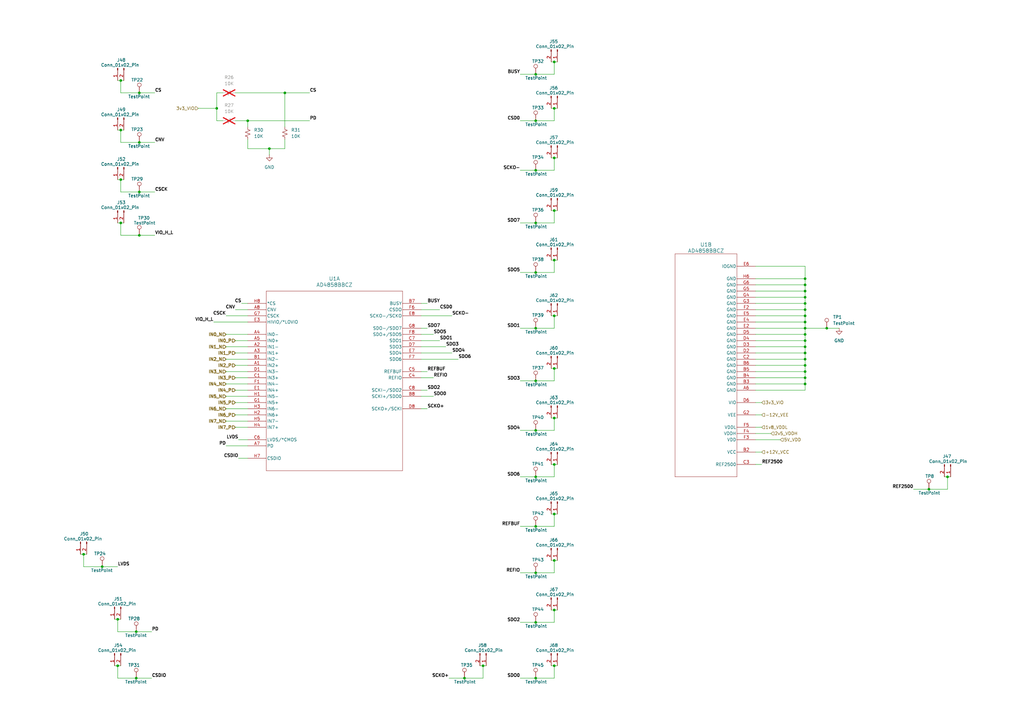
<source format=kicad_sch>
(kicad_sch (version 20250114) (generator "eeschema") (generator_version "9.0")
  (paper "A3")
  (lib_symbols
    (symbol "AD4858:AD4858BBCZ" (pin_names (offset 0.254))
      (property "Reference" "U" (at 35.56 10.16 0))
      (property "Value" "AD4858BBCZ" (at 35.56 7.62 0))
      (symbol "AD4858BBCZ_1_1"
        (polyline (pts (xy 7.62 5.08) (xy 7.62 -68.58)) (stroke (width 0.127)))
        (polyline (pts (xy 7.62 -68.58) (xy 63.5 -68.58)) (stroke (width 0.127)))
        (polyline (pts (xy 63.5 5.08) (xy 7.62 5.08)) (stroke (width 0.127)))
        (polyline (pts (xy 63.5 -68.58) (xy 63.5 5.08)) (stroke (width 0.127)))
        (pin input line (at 0 0 0) (length 7.62) (name "*CS") (number "H8"))
        (pin input line (at 0 -2.54 0) (length 7.62) (name "CNV") (number "A8"))
        (pin input line (at 0 -5.08 0) (length 7.62) (name "CSCK") (number "G7"))
        (pin input line (at 0 -7.62 0) (length 7.62) (name "HIVIO/*LOVIO") (number "E3"))
        (pin input line (at 0 -12.7 0) (length 7.62) (name "IN0-") (number "A4"))
        (pin input line (at 0 -15.24 0) (length 7.62) (name "IN0+") (number "A5"))
        (pin input line (at 0 -17.78 0) (length 7.62) (name "IN1-") (number "A2"))
        (pin input line (at 0 -20.32 0) (length 7.62) (name "IN1+") (number "A3"))
        (pin input line (at 0 -22.86 0) (length 7.62) (name "IN2-") (number "B1"))
        (pin input line (at 0 -25.4 0) (length 7.62) (name "IN2+") (number "A1"))
        (pin input line (at 0 -27.94 0) (length 7.62) (name "IN3-") (number "D1"))
        (pin input line (at 0 -30.48 0) (length 7.62) (name "IN3+") (number "C1"))
        (pin input line (at 0 -33.02 0) (length 7.62) (name "IN4-") (number "F1"))
        (pin input line (at 0 -35.56 0) (length 7.62) (name "IN4+") (number "E1"))
        (pin input line (at 0 -38.1 0) (length 7.62) (name "IN5-") (number "H1"))
        (pin input line (at 0 -40.64 0) (length 7.62) (name "IN5+") (number "G1"))
        (pin input line (at 0 -43.18 0) (length 7.62) (name "IN6-") (number "H3"))
        (pin input line (at 0 -45.72 0) (length 7.62) (name "IN6+") (number "H2"))
        (pin input line (at 0 -48.26 0) (length 7.62) (name "IN7-") (number "H5"))
        (pin input line (at 0 -50.8 0) (length 7.62) (name "IN7+") (number "H4"))
        (pin input line (at 0 -55.88 0) (length 7.62) (name "LVDS/*CMOS") (number "C6"))
        (pin input line (at 0 -58.42 0) (length 7.62) (name "PD") (number "A7"))
        (pin bidirectional line (at 0 -63.5 0) (length 7.62) (name "CSDIO") (number "H7"))
        (pin output line (at 71.12 0 180) (length 7.62) (name "BUSY") (number "B7"))
        (pin output line (at 71.12 -2.54 180) (length 7.62) (name "CSDO") (number "F6"))
        (pin output line (at 71.12 -5.08 180) (length 7.62) (name "SCKO-/SCKO") (number "E8"))
        (pin output line (at 71.12 -10.16 180) (length 7.62) (name "SDO-/SDO7") (number "G8"))
        (pin output line (at 71.12 -12.7 180) (length 7.62) (name "SDO+/SDO5") (number "F8"))
        (pin output line (at 71.12 -15.24 180) (length 7.62) (name "SDO1") (number "C7"))
        (pin output line (at 71.12 -17.78 180) (length 7.62) (name "SDO3") (number "D7"))
        (pin output line (at 71.12 -20.32 180) (length 7.62) (name "SDO4") (number "E7"))
        (pin output line (at 71.12 -22.86 180) (length 7.62) (name "SDO6") (number "F7"))
        (pin bidirectional line (at 71.12 -27.94 180) (length 7.62) (name "REFBUF") (number "C5"))
        (pin bidirectional line (at 71.12 -30.48 180) (length 7.62) (name "REFIO") (number "C4"))
        (pin bidirectional line (at 71.12 -35.56 180) (length 7.62) (name "SCKI-/SDO2") (number "C8"))
        (pin bidirectional line (at 71.12 -38.1 180) (length 7.62) (name "SCKI+/SDO0") (number "B8"))
        (pin bidirectional line (at 71.12 -43.18 180) (length 7.62) (name "SCKO+/SCKI") (number "D8"))
      )
      (symbol "AD4858BBCZ_2_1"
        (polyline (pts (xy 7.62 5.08) (xy 7.62 -86.36)) (stroke (width 0.127)))
        (polyline (pts (xy 7.62 -86.36) (xy 33.02 -86.36)) (stroke (width 0.127)))
        (polyline (pts (xy 33.02 5.08) (xy 7.62 5.08)) (stroke (width 0.127)))
        (polyline (pts (xy 33.02 -86.36) (xy 33.02 5.08)) (stroke (width 0.127)))
        (pin power_in line (at 0 0 0) (length 7.62) (name "REF2500") (number "C3"))
        (pin power_in line (at 0 -5.08 0) (length 7.62) (name "VCC") (number "B2"))
        (pin power_in line (at 0 -10.16 0) (length 7.62) (name "VDD") (number "F3"))
        (pin power_in line (at 0 -12.7 0) (length 7.62) (name "VDDH") (number "F4"))
        (pin power_in line (at 0 -15.24 0) (length 7.62) (name "VDDL") (number "F5"))
        (pin power_in line (at 0 -20.32 0) (length 7.62) (name "VEE") (number "G2"))
        (pin power_in line (at 0 -25.4 0) (length 7.62) (name "VIO") (number "D6"))
        (pin power_out line (at 0 -30.48 0) (length 7.62) (name "GND") (number "A6"))
        (pin power_out line (at 0 -33.02 0) (length 7.62) (name "GND") (number "B3"))
        (pin power_out line (at 0 -35.56 0) (length 7.62) (name "GND") (number "B4"))
        (pin power_out line (at 0 -38.1 0) (length 7.62) (name "GND") (number "B5"))
        (pin power_out line (at 0 -40.64 0) (length 7.62) (name "GND") (number "B6"))
        (pin power_out line (at 0 -43.18 0) (length 7.62) (name "GND") (number "C2"))
        (pin power_out line (at 0 -45.72 0) (length 7.62) (name "GND") (number "D2"))
        (pin power_out line (at 0 -48.26 0) (length 7.62) (name "GND") (number "D3"))
        (pin power_out line (at 0 -50.8 0) (length 7.62) (name "GND") (number "D4"))
        (pin power_out line (at 0 -53.34 0) (length 7.62) (name "GND") (number "D5"))
        (pin power_out line (at 0 -55.88 0) (length 7.62) (name "GND") (number "E2"))
        (pin power_out line (at 0 -58.42 0) (length 7.62) (name "GND") (number "E4"))
        (pin power_out line (at 0 -60.96 0) (length 7.62) (name "GND") (number "E5"))
        (pin power_out line (at 0 -63.5 0) (length 7.62) (name "GND") (number "F2"))
        (pin power_out line (at 0 -66.04 0) (length 7.62) (name "GND") (number "G3"))
        (pin power_out line (at 0 -68.58 0) (length 7.62) (name "GND") (number "G4"))
        (pin power_out line (at 0 -71.12 0) (length 7.62) (name "GND") (number "G5"))
        (pin power_out line (at 0 -73.66 0) (length 7.62) (name "GND") (number "G6"))
        (pin power_out line (at 0 -76.2 0) (length 7.62) (name "GND") (number "H6"))
        (pin power_out line (at 0 -81.28 0) (length 7.62) (name "IOGND") (number "E6"))
      )
    )
    (symbol "Connector:Conn_01x02_Pin" (pin_names (offset 1.016) (hide yes))
      (property "Reference" "J" (at 0 2.54 0))
      (property "Value" "Conn_01x02_Pin" (at 0 -5.08 0))
      (symbol "Conn_01x02_Pin_1_1"
        (rectangle (start 0.8636 0.127) (end 0 -0.127) (stroke (width 0.1524)) (fill (type outline)))
        (rectangle (start 0.8636 -2.413) (end 0 -2.667) (stroke (width 0.1524)) (fill (type outline)))
        (polyline (pts (xy 1.27 0) (xy 0.8636 0)) (stroke (width 0.1524)))
        (polyline (pts (xy 1.27 -2.54) (xy 0.8636 -2.54)) (stroke (width 0.1524)))
        (pin passive line (at 5.08 0 180) (length 3.81) (name "Pin_1") (number "1"))
        (pin passive line (at 5.08 -2.54 180) (length 3.81) (name "Pin_2") (number "2"))
      )
    )
    (symbol "Connector:TestPoint" (pin_numbers (hide yes)) (pin_names (offset 0.762) (hide yes))
      (property "Reference" "TP" (at 0 6.858 0))
      (property "Value" "TestPoint" (at 0 5.08 0))
      (symbol "TestPoint_0_1"
        (circle (center 0 3.302) (radius 0.762))
      )
      (symbol "TestPoint_1_1"
        (pin passive line (at 0 0 90) (length 2.54) (name "1") (number "1"))
      )
    )
    (symbol "Device:R_Small_US" (pin_numbers (hide yes)) (pin_names (offset 0.254) (hide yes))
      (property "Reference" "R" (at 0.762 0.508 0))
      (property "Value" "R_Small_US" (at 0.762 -1.016 0))
      (symbol "R_Small_US_1_1"
        (polyline (pts (xy 0 1.524) (xy 1.016 1.143) (xy 0 0.762) (xy -1.016 0.381) (xy 0 0)))
        (polyline (pts (xy 0 0) (xy 1.016 -0.381) (xy 0 -0.762) (xy -1.016 -1.143) (xy 0 -1.524)))
        (pin passive line (at 0 2.54 270) (length 1.016) (name "~") (number "1"))
        (pin passive line (at 0 -2.54 90) (length 1.016) (name "~") (number "2"))
      )
    )
    (symbol "power:GND" (power) (pin_numbers (hide yes)) (pin_names (offset 0) (hide yes))
      (property "Value" "GND" (at 0 -3.81 0))
      (symbol "GND_0_1"
        (polyline (pts (xy 0 0) (xy 0 -1.27) (xy 1.27 -1.27) (xy 0 -2.54) (xy -1.27 -1.27) (xy 0 -1.27)))
      )
      (symbol "GND_1_1"
        (pin power_in line (at 0 0 270) (length 0) (name "~") (number "1"))
      )
    )
  )
  (junction (at 116.84 38.1))
  (junction (at 339.09 134.62))
  (junction (at 190.5 278.13))
  (junction (at 219.71 30.48))
  (junction (at 219.71 69.85))
  (junction (at 227.33 229.87))
  (junction (at 49.53 73.66))
  (junction (at 219.71 156.21))
  (junction (at 330.2 119.38))
  (junction (at 227.33 151.13))
  (junction (at 219.71 49.53))
  (junction (at 227.33 25.4))
  (junction (at 330.2 121.92))
  (junction (at 330.2 124.46))
  (junction (at 219.71 91.44))
  (junction (at 34.29 227.33))
  (junction (at 227.33 273.05))
  (junction (at 48.26 254))
  (junction (at 330.2 142.24))
  (junction (at 227.33 129.54))
  (junction (at 330.2 132.08))
  (junction (at 49.53 91.44))
  (junction (at 101.6 49.53))
  (junction (at 330.2 116.84))
  (junction (at 227.33 210.82))
  (junction (at 330.2 154.94))
  (junction (at 227.33 171.45))
  (junction (at 330.2 147.32))
  (junction (at 219.71 176.53))
  (junction (at 88.9 44.45))
  (junction (at 227.33 190.5))
  (junction (at 55.88 259.08))
  (junction (at 219.71 234.95))
  (junction (at 48.26 273.05))
  (junction (at 219.71 195.58))
  (junction (at 330.2 157.48))
  (junction (at 219.71 134.62))
  (junction (at 219.71 111.76))
  (junction (at 219.71 215.9))
  (junction (at 57.15 96.52))
  (junction (at 330.2 139.7))
  (junction (at 330.2 152.4))
  (junction (at 330.2 129.54))
  (junction (at 227.33 106.68))
  (junction (at 41.91 232.41))
  (junction (at 57.15 58.42))
  (junction (at 330.2 149.86))
  (junction (at 330.2 144.78))
  (junction (at 227.33 44.45))
  (junction (at 381 200.66))
  (junction (at 57.15 38.1))
  (junction (at 219.71 278.13))
  (junction (at 49.53 33.02))
  (junction (at 330.2 134.62))
  (junction (at 55.88 278.13))
  (junction (at 219.71 255.27))
  (junction (at 227.33 86.36))
  (junction (at 57.15 78.74))
  (junction (at 227.33 250.19))
  (junction (at 330.2 127))
  (junction (at 49.53 53.34))
  (junction (at 110.49 60.96))
  (junction (at 227.33 64.77))
  (junction (at 388.62 195.58))
  (junction (at 330.2 114.3))
  (junction (at 198.12 273.05))
  (junction (at 330.2 137.16))
  (wire (pts (xy 63.5 38.1) (xy 57.15 38.1)))
  (wire (pts (xy 227.33 134.62) (xy 227.33 129.54)))
  (wire (pts (xy 227.33 195.58) (xy 227.33 190.5)))
  (wire (pts (xy 96.52 139.7) (xy 101.6 139.7)))
  (wire (pts (xy 87.63 132.08) (xy 101.6 132.08)))
  (wire (pts (xy 330.2 139.7) (xy 330.2 142.24)))
  (wire (pts (xy 309.88 185.42) (xy 312.42 185.42)))
  (wire (pts (xy 227.33 255.27) (xy 219.71 255.27)))
  (wire (pts (xy 309.88 121.92) (xy 330.2 121.92)))
  (wire (pts (xy 96.52 154.94) (xy 101.6 154.94)))
  (wire (pts (xy 50.8 91.44) (xy 49.53 91.44)))
  (wire (pts (xy 226.06 86.36) (xy 227.33 86.36)))
  (wire (pts (xy 227.33 171.45) (xy 228.6 171.45)))
  (wire (pts (xy 48.26 278.13) (xy 48.26 273.05)))
  (wire (pts (xy 34.29 232.41) (xy 34.29 227.33)))
  (wire (pts (xy 388.62 200.66) (xy 388.62 195.58)))
  (wire (pts (xy 330.2 124.46) (xy 330.2 127)))
  (wire (pts (xy 96.52 149.86) (xy 101.6 149.86)))
  (wire (pts (xy 227.33 25.4) (xy 228.6 25.4)))
  (wire (pts (xy 96.52 160.02) (xy 101.6 160.02)))
  (wire (pts (xy 41.91 232.41) (xy 48.26 232.41)))
  (wire (pts (xy 92.71 167.64) (xy 101.6 167.64)))
  (wire (pts (xy 49.53 53.34) (xy 48.26 53.34)))
  (wire (pts (xy 330.2 142.24) (xy 330.2 144.78)))
  (wire (pts (xy 63.5 78.74) (xy 57.15 78.74)))
  (wire (pts (xy 309.88 137.16) (xy 330.2 137.16)))
  (wire (pts (xy 101.6 57.15) (xy 101.6 60.96)))
  (wire (pts (xy 97.79 187.96) (xy 101.6 187.96)))
  (wire (pts (xy 330.2 147.32) (xy 330.2 149.86)))
  (wire (pts (xy 227.33 176.53) (xy 227.33 171.45)))
  (wire (pts (xy 330.2 134.62) (xy 339.09 134.62)))
  (wire (pts (xy 62.23 278.13) (xy 55.88 278.13)))
  (wire (pts (xy 309.88 152.4) (xy 330.2 152.4)))
  (wire (pts (xy 226.06 250.19) (xy 227.33 250.19)))
  (wire (pts (xy 309.88 160.02) (xy 330.2 160.02)))
  (wire (pts (xy 227.33 156.21) (xy 227.33 151.13)))
  (wire (pts (xy 309.88 165.1) (xy 312.42 165.1)))
  (wire (pts (xy 49.53 38.1) (xy 57.15 38.1)))
  (wire (pts (xy 213.36 49.53) (xy 219.71 49.53)))
  (wire (pts (xy 196.85 273.05) (xy 198.12 273.05)))
  (wire (pts (xy 227.33 69.85) (xy 227.33 64.77)))
  (wire (pts (xy 227.33 234.95) (xy 227.33 229.87)))
  (wire (pts (xy 309.88 177.8) (xy 316.23 177.8)))
  (wire (pts (xy 92.71 182.88) (xy 101.6 182.88)))
  (wire (pts (xy 330.2 157.48) (xy 330.2 160.02)))
  (wire (pts (xy 48.26 259.08) (xy 48.26 254)))
  (wire (pts (xy 227.33 250.19) (xy 228.6 250.19)))
  (wire (pts (xy 213.36 111.76) (xy 219.71 111.76)))
  (wire (pts (xy 227.33 278.13) (xy 227.33 273.05)))
  (wire (pts (xy 226.06 210.82) (xy 227.33 210.82)))
  (wire (pts (xy 309.88 127) (xy 330.2 127)))
  (wire (pts (xy 330.2 137.16) (xy 330.2 139.7)))
  (wire (pts (xy 50.8 33.02) (xy 49.53 33.02)))
  (wire (pts (xy 172.72 134.62) (xy 175.26 134.62)))
  (wire (pts (xy 227.33 210.82) (xy 228.6 210.82)))
  (wire (pts (xy 172.72 144.78) (xy 185.42 144.78)))
  (wire (pts (xy 49.53 96.52) (xy 57.15 96.52)))
  (wire (pts (xy 374.65 200.66) (xy 381 200.66)))
  (wire (pts (xy 309.88 190.5) (xy 312.42 190.5)))
  (wire (pts (xy 227.33 229.87) (xy 228.6 229.87)))
  (wire (pts (xy 330.2 114.3) (xy 330.2 116.84)))
  (wire (pts (xy 213.36 255.27) (xy 219.71 255.27)))
  (wire (pts (xy 88.9 44.45) (xy 88.9 49.53)))
  (wire (pts (xy 227.33 215.9) (xy 219.71 215.9)))
  (wire (pts (xy 309.88 149.86) (xy 330.2 149.86)))
  (wire (pts (xy 309.88 175.26) (xy 312.42 175.26)))
  (wire (pts (xy 227.33 176.53) (xy 219.71 176.53)))
  (wire (pts (xy 48.26 254) (xy 46.99 254)))
  (wire (pts (xy 81.28 44.45) (xy 88.9 44.45)))
  (wire (pts (xy 227.33 151.13) (xy 228.6 151.13)))
  (wire (pts (xy 184.15 278.13) (xy 190.5 278.13)))
  (wire (pts (xy 116.84 38.1) (xy 116.84 52.07)))
  (wire (pts (xy 198.12 273.05) (xy 199.39 273.05)))
  (wire (pts (xy 213.36 69.85) (xy 219.71 69.85)))
  (wire (pts (xy 34.29 232.41) (xy 41.91 232.41)))
  (wire (pts (xy 110.49 60.96) (xy 116.84 60.96)))
  (wire (pts (xy 227.33 30.48) (xy 227.33 25.4)))
  (wire (pts (xy 213.36 215.9) (xy 219.71 215.9)))
  (wire (pts (xy 330.2 116.84) (xy 330.2 119.38)))
  (wire (pts (xy 309.88 144.78) (xy 330.2 144.78)))
  (wire (pts (xy 96.52 170.18) (xy 101.6 170.18)))
  (wire (pts (xy 172.72 162.56) (xy 177.8 162.56)))
  (wire (pts (xy 92.71 152.4) (xy 101.6 152.4)))
  (wire (pts (xy 172.72 152.4) (xy 175.26 152.4)))
  (wire (pts (xy 116.84 38.1) (xy 127 38.1)))
  (wire (pts (xy 312.42 170.18) (xy 309.88 170.18)))
  (wire (pts (xy 49.53 58.42) (xy 49.53 53.34)))
  (wire (pts (xy 227.33 234.95) (xy 219.71 234.95)))
  (wire (pts (xy 213.36 278.13) (xy 219.71 278.13)))
  (wire (pts (xy 330.2 152.4) (xy 330.2 154.94)))
  (wire (pts (xy 96.52 38.1) (xy 116.84 38.1)))
  (wire (pts (xy 330.2 119.38) (xy 330.2 121.92)))
  (wire (pts (xy 50.8 53.34) (xy 49.53 53.34)))
  (wire (pts (xy 227.33 86.36) (xy 228.6 86.36)))
  (wire (pts (xy 330.2 132.08) (xy 330.2 134.62)))
  (wire (pts (xy 309.88 134.62) (xy 330.2 134.62)))
  (wire (pts (xy 49.53 78.74) (xy 49.53 73.66)))
  (wire (pts (xy 48.26 278.13) (xy 55.88 278.13)))
  (wire (pts (xy 226.06 25.4) (xy 227.33 25.4)))
  (wire (pts (xy 227.33 111.76) (xy 227.33 106.68)))
  (wire (pts (xy 227.33 30.48) (xy 219.71 30.48)))
  (wire (pts (xy 213.36 234.95) (xy 219.71 234.95)))
  (wire (pts (xy 226.06 190.5) (xy 227.33 190.5)))
  (wire (pts (xy 330.2 121.92) (xy 330.2 124.46)))
  (wire (pts (xy 226.06 44.45) (xy 227.33 44.45)))
  (wire (pts (xy 49.53 58.42) (xy 57.15 58.42)))
  (wire (pts (xy 198.12 278.13) (xy 198.12 273.05)))
  (wire (pts (xy 309.88 116.84) (xy 330.2 116.84)))
  (wire (pts (xy 96.52 144.78) (xy 101.6 144.78)))
  (wire (pts (xy 339.09 134.62) (xy 344.17 134.62)))
  (wire (pts (xy 172.72 124.46) (xy 175.26 124.46)))
  (wire (pts (xy 227.33 64.77) (xy 228.6 64.77)))
  (wire (pts (xy 101.6 60.96) (xy 110.49 60.96)))
  (wire (pts (xy 309.88 109.22) (xy 330.2 109.22)))
  (wire (pts (xy 50.8 73.66) (xy 49.53 73.66)))
  (wire (pts (xy 213.36 176.53) (xy 219.71 176.53)))
  (wire (pts (xy 97.79 180.34) (xy 101.6 180.34)))
  (wire (pts (xy 62.23 259.08) (xy 55.88 259.08)))
  (wire (pts (xy 309.88 119.38) (xy 330.2 119.38)))
  (wire (pts (xy 101.6 49.53) (xy 127 49.53)))
  (wire (pts (xy 35.56 227.33) (xy 34.29 227.33)))
  (wire (pts (xy 388.62 195.58) (xy 389.89 195.58)))
  (wire (pts (xy 99.06 124.46) (xy 101.6 124.46)))
  (wire (pts (xy 227.33 278.13) (xy 219.71 278.13)))
  (wire (pts (xy 227.33 44.45) (xy 228.6 44.45)))
  (wire (pts (xy 92.71 137.16) (xy 101.6 137.16)))
  (wire (pts (xy 92.71 129.54) (xy 101.6 129.54)))
  (wire (pts (xy 227.33 106.68) (xy 228.6 106.68)))
  (wire (pts (xy 49.53 33.02) (xy 48.26 33.02)))
  (wire (pts (xy 309.88 114.3) (xy 330.2 114.3)))
  (wire (pts (xy 227.33 91.44) (xy 227.33 86.36)))
  (wire (pts (xy 226.06 129.54) (xy 227.33 129.54)))
  (wire (pts (xy 49.53 73.66) (xy 48.26 73.66)))
  (wire (pts (xy 88.9 49.53) (xy 91.44 49.53)))
  (wire (pts (xy 227.33 195.58) (xy 219.71 195.58)))
  (wire (pts (xy 309.88 154.94) (xy 330.2 154.94)))
  (wire (pts (xy 213.36 134.62) (xy 219.71 134.62)))
  (wire (pts (xy 172.72 142.24) (xy 182.88 142.24)))
  (wire (pts (xy 227.33 91.44) (xy 219.71 91.44)))
  (wire (pts (xy 49.53 273.05) (xy 48.26 273.05)))
  (wire (pts (xy 49.53 96.52) (xy 49.53 91.44)))
  (wire (pts (xy 96.52 127) (xy 101.6 127)))
  (wire (pts (xy 227.33 134.62) (xy 219.71 134.62)))
  (wire (pts (xy 227.33 273.05) (xy 228.6 273.05)))
  (wire (pts (xy 227.33 129.54) (xy 228.6 129.54)))
  (wire (pts (xy 387.35 195.58) (xy 388.62 195.58)))
  (wire (pts (xy 213.36 30.48) (xy 219.71 30.48)))
  (wire (pts (xy 309.88 142.24) (xy 330.2 142.24)))
  (wire (pts (xy 92.71 172.72) (xy 101.6 172.72)))
  (wire (pts (xy 34.29 227.33) (xy 33.02 227.33)))
  (wire (pts (xy 198.12 278.13) (xy 190.5 278.13)))
  (wire (pts (xy 330.2 109.22) (xy 330.2 114.3)))
  (wire (pts (xy 227.33 215.9) (xy 227.33 210.82)))
  (wire (pts (xy 96.52 49.53) (xy 101.6 49.53)))
  (wire (pts (xy 227.33 255.27) (xy 227.33 250.19)))
  (wire (pts (xy 330.2 144.78) (xy 330.2 147.32)))
  (wire (pts (xy 330.2 127) (xy 330.2 129.54)))
  (wire (pts (xy 49.53 38.1) (xy 49.53 33.02)))
  (wire (pts (xy 226.06 171.45) (xy 227.33 171.45)))
  (wire (pts (xy 92.71 157.48) (xy 101.6 157.48)))
  (wire (pts (xy 213.36 91.44) (xy 219.71 91.44)))
  (wire (pts (xy 213.36 156.21) (xy 219.71 156.21)))
  (wire (pts (xy 172.72 154.94) (xy 177.8 154.94)))
  (wire (pts (xy 88.9 38.1) (xy 88.9 44.45)))
  (wire (pts (xy 172.72 129.54) (xy 185.42 129.54)))
  (wire (pts (xy 227.33 49.53) (xy 219.71 49.53)))
  (wire (pts (xy 226.06 64.77) (xy 227.33 64.77)))
  (wire (pts (xy 226.06 273.05) (xy 227.33 273.05)))
  (wire (pts (xy 226.06 151.13) (xy 227.33 151.13)))
  (wire (pts (xy 101.6 49.53) (xy 101.6 52.07)))
  (wire (pts (xy 309.88 147.32) (xy 330.2 147.32)))
  (wire (pts (xy 96.52 175.26) (xy 101.6 175.26)))
  (wire (pts (xy 49.53 254) (xy 48.26 254)))
  (wire (pts (xy 330.2 134.62) (xy 330.2 137.16)))
  (wire (pts (xy 309.88 180.34) (xy 320.04 180.34)))
  (wire (pts (xy 172.72 139.7) (xy 180.34 139.7)))
  (wire (pts (xy 309.88 129.54) (xy 330.2 129.54)))
  (wire (pts (xy 227.33 156.21) (xy 219.71 156.21)))
  (wire (pts (xy 227.33 190.5) (xy 228.6 190.5)))
  (wire (pts (xy 92.71 142.24) (xy 101.6 142.24)))
  (wire (pts (xy 226.06 229.87) (xy 227.33 229.87)))
  (wire (pts (xy 110.49 60.96) (xy 110.49 63.5)))
  (wire (pts (xy 172.72 160.02) (xy 175.26 160.02)))
  (wire (pts (xy 172.72 137.16) (xy 177.8 137.16)))
  (wire (pts (xy 92.71 162.56) (xy 101.6 162.56)))
  (wire (pts (xy 330.2 149.86) (xy 330.2 152.4)))
  (wire (pts (xy 309.88 157.48) (xy 330.2 157.48)))
  (wire (pts (xy 92.71 147.32) (xy 101.6 147.32)))
  (wire (pts (xy 48.26 273.05) (xy 46.99 273.05)))
  (wire (pts (xy 309.88 132.08) (xy 330.2 132.08)))
  (wire (pts (xy 172.72 127) (xy 180.34 127)))
  (wire (pts (xy 172.72 167.64) (xy 175.26 167.64)))
  (wire (pts (xy 227.33 69.85) (xy 219.71 69.85)))
  (wire (pts (xy 172.72 147.32) (xy 187.96 147.32)))
  (wire (pts (xy 63.5 96.52) (xy 57.15 96.52)))
  (wire (pts (xy 49.53 78.74) (xy 57.15 78.74)))
  (wire (pts (xy 330.2 154.94) (xy 330.2 157.48)))
  (wire (pts (xy 330.2 129.54) (xy 330.2 132.08)))
  (wire (pts (xy 49.53 91.44) (xy 48.26 91.44)))
  (wire (pts (xy 116.84 57.15) (xy 116.84 60.96)))
  (wire (pts (xy 96.52 165.1) (xy 101.6 165.1)))
  (wire (pts (xy 227.33 49.53) (xy 227.33 44.45)))
  (wire (pts (xy 213.36 195.58) (xy 219.71 195.58)))
  (wire (pts (xy 91.44 38.1) (xy 88.9 38.1)))
  (wire (pts (xy 388.62 200.66) (xy 381 200.66)))
  (wire (pts (xy 63.5 58.42) (xy 57.15 58.42)))
  (wire (pts (xy 309.88 139.7) (xy 330.2 139.7)))
  (wire (pts (xy 227.33 111.76) (xy 219.71 111.76)))
  (wire (pts (xy 309.88 124.46) (xy 330.2 124.46)))
  (wire (pts (xy 226.06 106.68) (xy 227.33 106.68)))
  (wire (pts (xy 48.26 259.08) (xy 55.88 259.08)))
  (label "CSDIO" (at 97.79 187.96 180) (effects (font (thickness 0.254) (bold yes))))
  (label "SDO1" (at 213.36 134.62 180) (effects (font (thickness 0.254) (bold yes))))
  (label "SDO4" (at 185.42 144.78 0) (effects (font (thickness 0.254) (bold yes))))
  (label "SDO4" (at 213.36 176.53 180) (effects (font (thickness 0.254) (bold yes))))
  (label "CSD0" (at 213.36 49.53 180) (effects (font (thickness 0.254) (bold yes))))
  (label "REFBUF" (at 175.26 152.4 0) (effects (font (thickness 0.254) (bold yes))))
  (label "SDO6" (at 187.96 147.32 0) (effects (font (thickness 0.254) (bold yes))))
  (label "SCKO+" (at 184.15 278.13 180) (effects (font (thickness 0.254) (bold yes))))
  (label "SDO7" (at 175.26 134.62 0) (effects (font (thickness 0.254) (bold yes))))
  (label "CS" (at 127 38.1 0) (effects (font (thickness 0.254) (bold yes))))
  (label "REFBUF" (at 213.36 215.9 180) (effects (font (thickness 0.254) (bold yes))))
  (label "VIO_H_L" (at 87.63 132.08 180) (effects (font (thickness 0.254) (bold yes))))
  (label "VIO_H_L" (at 63.5 96.52 0) (effects (font (thickness 0.254) (bold yes))))
  (label "SCKO-" (at 185.42 129.54 0) (effects (font (thickness 0.254) (bold yes))))
  (label "CSCK" (at 63.5 78.74 0) (effects (font (thickness 0.254) (bold yes))))
  (label "SDO5" (at 177.8 137.16 0) (effects (font (thickness 0.254) (bold yes))))
  (label "REF2500" (at 312.42 190.5 0) (effects (font (thickness 0.254) (bold yes))))
  (label "SCKO+" (at 175.26 167.64 0) (effects (font (thickness 0.254) (bold yes))))
  (label "CNV" (at 63.5 58.42 0) (effects (font (thickness 0.254) (bold yes))))
  (label "CSDIO" (at 62.23 278.13 0) (effects (font (thickness 0.254) (bold yes))))
  (label "LVDS" (at 97.79 180.34 180) (effects (font (thickness 0.254) (bold yes))))
  (label "CS" (at 99.06 124.46 180) (effects (font (thickness 0.254) (bold yes))))
  (label "LVDS" (at 48.26 232.41 0) (effects (font (thickness 0.254) (bold yes))))
  (label "REFIO" (at 213.36 234.95 180) (effects (font (thickness 0.254) (bold yes))))
  (label "REF2500" (at 374.65 200.66 180) (effects (font (thickness 0.254) (bold yes))))
  (label "PD" (at 92.71 182.88 180) (effects (font (thickness 0.254) (bold yes))))
  (label "PD" (at 127 49.53 0) (effects (font (thickness 0.254) (bold yes))))
  (label "CSCK" (at 92.71 129.54 180) (effects (font (thickness 0.254) (bold yes))))
  (label "SDO5" (at 213.36 111.76 180) (effects (font (thickness 0.254) (bold yes))))
  (label "SDO3" (at 213.36 156.21 180) (effects (font (thickness 0.254) (bold yes))))
  (label "SDO6" (at 213.36 195.58 180) (effects (font (thickness 0.254) (bold yes))))
  (label "PD" (at 62.23 259.08 0) (effects (font (thickness 0.254) (bold yes))))
  (label "CS" (at 63.5 38.1 0) (effects (font (thickness 0.254) (bold yes))))
  (label "SDO2" (at 175.26 160.02 0) (effects (font (thickness 0.254) (bold yes))))
  (label "CNV" (at 96.52 127 180) (effects (font (thickness 0.254) (bold yes))))
  (label "SDO0" (at 177.8 162.56 0) (effects (font (thickness 0.254) (bold yes))))
  (label "SDO2" (at 213.36 255.27 180) (effects (font (thickness 0.254) (bold yes))))
  (label "SCKO-" (at 213.36 69.85 180) (effects (font (thickness 0.254) (bold yes))))
  (label "CSD0" (at 180.34 127 0) (effects (font (thickness 0.254) (bold yes))))
  (label "SDO1" (at 180.34 139.7 0) (effects (font (thickness 0.254) (bold yes))))
  (label "REFIO" (at 177.8 154.94 0) (effects (font (thickness 0.254) (bold yes))))
  (label "BUSY" (at 213.36 30.48 180) (effects (font (thickness 0.254) (bold yes))))
  (label "BUSY" (at 175.26 124.46 0) (effects (font (thickness 0.254) (bold yes))))
  (label "SDO3" (at 182.88 142.24 0) (effects (font (thickness 0.254) (bold yes))))
  (label "SDO0" (at 213.36 278.13 180) (effects (font (thickness 0.254) (bold yes))))
  (label "SDO7" (at 213.36 91.44 180) (effects (font (thickness 0.254) (bold yes))))
  (hierarchical_label "IN6_N" (shape input) (at 92.71 167.64 180) (effects (font (thickness 0.254) (bold yes))))
  (hierarchical_label "IN3_P" (shape input) (at 96.52 154.94 180) (effects (font (thickness 0.254) (bold yes))))
  (hierarchical_label "+12V_VCC" (shape input) (at 312.42 185.42 0))
  (hierarchical_label "IN5_P" (shape input) (at 96.52 165.1 180) (effects (font (thickness 0.254) (bold yes))))
  (hierarchical_label "IN4_P" (shape input) (at 96.52 160.02 180) (effects (font (thickness 0.254) (bold yes))))
  (hierarchical_label "-12V_VEE" (shape input) (at 312.42 170.18 0))
  (hierarchical_label "IN3_N" (shape input) (at 92.71 152.4 180) (effects (font (thickness 0.254) (bold yes))))
  (hierarchical_label "3v3_VIO" (shape input) (at 81.28 44.45 180))
  (hierarchical_label "IN0_N" (shape input) (at 92.71 137.16 180) (effects (font (thickness 0.254) (bold yes))))
  (hierarchical_label "1v8_VDDL" (shape input) (at 312.42 175.26 0))
  (hierarchical_label "IN0_P" (shape input) (at 96.52 139.7 180) (effects (font (thickness 0.254) (bold yes))))
  (hierarchical_label "IN4_N" (shape input) (at 92.71 157.48 180) (effects (font (thickness 0.254) (bold yes))))
  (hierarchical_label "IN2_N" (shape input) (at 92.71 147.32 180) (effects (font (thickness 0.254) (bold yes))))
  (hierarchical_label "IN2_P" (shape input) (at 96.52 149.86 180) (effects (font (thickness 0.254) (bold yes))))
  (hierarchical_label "5V_VDD" (shape input) (at 320.04 180.34 0))
  (hierarchical_label "IN5_N" (shape input) (at 92.71 162.56 180) (effects (font (thickness 0.254) (bold yes))))
  (hierarchical_label "2v5_VDDH" (shape input) (at 316.23 177.8 0))
  (hierarchical_label "3v3_VIO" (shape input) (at 312.42 165.1 0))
  (hierarchical_label "IN1_P" (shape input) (at 96.52 144.78 180) (effects (font (thickness 0.254) (bold yes))))
  (hierarchical_label "IN7_N" (shape input) (at 92.71 172.72 180) (effects (font (thickness 0.254) (bold yes))))
  (hierarchical_label "IN1_N" (shape input) (at 92.71 142.24 180) (effects (font (thickness 0.254) (bold yes))))
  (hierarchical_label "IN6_P" (shape input) (at 96.52 170.18 180) (effects (font (thickness 0.254) (bold yes))))
  (hierarchical_label "IN7_P" (shape input) (at 96.52 175.26 180) (effects (font (thickness 0.254) (bold yes))))
  (symbol (lib_id "Connector:Conn_01x02_Pin") (at 228.6 39.37 270) (unit 1)
    (property "Reference" "J56" (at 225.298 36.068 90) (effects (justify left)))
    (property "Value" "Conn_01x02_Pin" (at 219.71 38.1 90) (effects (justify left)))
    (property "Footprint" "Connector_PinHeader_2.54mm:PinHeader_1x02_P2.54mm_Vertical" (effects (hide yes)))
    (property "Description" "Generic connector, single row, 01x02, script generated" (effects (hide yes)))
  )
  (symbol (lib_id "Connector:Conn_01x02_Pin") (at 228.6 205.74 270) (unit 1)
    (property "Reference" "J65" (at 225.298 202.438 90) (effects (justify left)))
    (property "Value" "Conn_01x02_Pin" (at 219.71 204.47 90) (effects (justify left)))
    (property "Footprint" "Connector_PinHeader_2.54mm:PinHeader_1x02_P2.54mm_Vertical" (effects (hide yes)))
    (property "Description" "Generic connector, single row, 01x02, script generated" (effects (hide yes)))
  )
  (symbol (lib_id "Device:R_Small_US") (at 93.98 38.1 90) (unit 1) (dnp yes)
    (property "Reference" "R26" (at 93.98 31.75 90))
    (property "Value" "10K" (at 93.98 34.29 90))
    (property "Footprint" "Resistor_SMD:R_0603_1608Metric" (effects (hide yes)))
    (property "Description" "Resistor, small US symbol" (effects (hide yes)))
  )
  (symbol (lib_id "Device:R_Small_US") (at 116.84 54.61 180) (unit 1)
    (property "Reference" "R31" (at 119.38 53.3399 0) (effects (justify right)))
    (property "Value" "10K" (at 119.38 55.8799 0) (effects (justify right)))
    (property "Footprint" "Resistor_SMD:R_0603_1608Metric" (effects (hide yes)))
    (property "Description" "Resistor, small US symbol" (effects (hide yes)))
  )
  (symbol (lib_id "Connector:TestPoint") (at 57.15 78.74 0) (mirror y) (unit 1)
    (property "Reference" "TP29" (at 58.674 73.406 0) (effects (justify left)))
    (property "Value" "TestPoint" (at 61.468 80.264 0) (effects (justify left)))
    (property "Footprint" "TestPoint:TestPoint_Pad_D1.0mm" (effects (hide yes)))
    (property "Description" "test point" (effects (hide yes)))
  )
  (symbol (lib_id "Connector:TestPoint") (at 219.71 30.48 0) (unit 1)
    (property "Reference" "TP32" (at 218.186 25.146 0) (effects (justify left)))
    (property "Value" "TestPoint" (at 215.392 32.004 0) (effects (justify left)))
    (property "Footprint" "TestPoint:TestPoint_Pad_D1.0mm" (effects (hide yes)))
    (property "Description" "test point" (effects (hide yes)))
  )
  (symbol (lib_id "Connector:Conn_01x02_Pin") (at 46.99 267.97 90) (mirror x) (unit 1)
    (property "Reference" "J54" (at 50.292 264.668 90) (effects (justify left)))
    (property "Value" "Conn_01x02_Pin" (at 55.88 266.7 90) (effects (justify left)))
    (property "Footprint" "Connector_PinHeader_2.54mm:PinHeader_1x02_P2.54mm_Vertical" (effects (hide yes)))
    (property "Description" "Generic connector, single row, 01x02, script generated" (effects (hide yes)))
  )
  (symbol (lib_id "Connector:Conn_01x02_Pin") (at 228.6 59.69 270) (unit 1)
    (property "Reference" "J57" (at 225.298 56.388 90) (effects (justify left)))
    (property "Value" "Conn_01x02_Pin" (at 219.71 58.42 90) (effects (justify left)))
    (property "Footprint" "Connector_PinHeader_2.54mm:PinHeader_1x02_P2.54mm_Vertical" (effects (hide yes)))
    (property "Description" "Generic connector, single row, 01x02, script generated" (effects (hide yes)))
  )
  (symbol (lib_id "Connector:Conn_01x02_Pin") (at 228.6 267.97 270) (unit 1)
    (property "Reference" "J68" (at 225.298 264.668 90) (effects (justify left)))
    (property "Value" "Conn_01x02_Pin" (at 219.71 266.7 90) (effects (justify left)))
    (property "Footprint" "Connector_PinHeader_2.54mm:PinHeader_1x02_P2.54mm_Vertical" (effects (hide yes)))
    (property "Description" "Generic connector, single row, 01x02, script generated" (effects (hide yes)))
  )
  (symbol (lib_id "Connector:Conn_01x02_Pin") (at 228.6 166.37 270) (unit 1)
    (property "Reference" "J63" (at 225.298 163.068 90) (effects (justify left)))
    (property "Value" "Conn_01x02_Pin" (at 219.71 165.1 90) (effects (justify left)))
    (property "Footprint" "Connector_PinHeader_2.54mm:PinHeader_1x02_P2.54mm_Vertical" (effects (hide yes)))
    (property "Description" "Generic connector, single row, 01x02, script generated" (effects (hide yes)))
  )
  (symbol (lib_id "Connector:TestPoint") (at 219.71 134.62 0) (unit 1)
    (property "Reference" "TP39" (at 218.186 129.286 0) (effects (justify left)))
    (property "Value" "TestPoint" (at 215.392 136.144 0) (effects (justify left)))
    (property "Footprint" "TestPoint:TestPoint_Pad_D1.0mm" (effects (hide yes)))
    (property "Description" "test point" (effects (hide yes)))
  )
  (symbol (lib_id "AD4858:AD4858BBCZ") (at 309.88 190.5 180) (unit 2)
    (property "Reference" "U1" (at 289.56 100.33 0) (effects (font (size 1.524 1.524))))
    (property "Value" "AD4858BBCZ" (at 289.56 102.87 0) (effects (font (size 1.524 1.524))))
    (property "Footprint" "AD4858:BGA-64_05-08-7086_ADI" (effects (hide yes)))
    (property "Datasheet" "AD4858BBCZ" (effects (hide yes)))
  )
  (symbol (lib_id "Connector:TestPoint") (at 219.71 91.44 0) (unit 1)
    (property "Reference" "TP36" (at 218.186 86.106 0) (effects (justify left)))
    (property "Value" "TestPoint" (at 215.392 92.964 0) (effects (justify left)))
    (property "Footprint" "TestPoint:TestPoint_Pad_D1.0mm" (effects (hide yes)))
    (property "Description" "test point" (effects (hide yes)))
  )
  (symbol (lib_id "Connector:TestPoint") (at 190.5 278.13 0) (unit 1)
    (property "Reference" "TP35" (at 188.976 272.796 0) (effects (justify left)))
    (property "Value" "TestPoint" (at 186.182 279.654 0) (effects (justify left)))
    (property "Footprint" "TestPoint:TestPoint_Pad_D1.0mm" (effects (hide yes)))
    (property "Description" "test point" (effects (hide yes)))
  )
  (symbol (lib_id "Connector:Conn_01x02_Pin") (at 33.02 222.25 90) (mirror x) (unit 1)
    (property "Reference" "J50" (at 36.322 218.948 90) (effects (justify left)))
    (property "Value" "Conn_01x02_Pin" (at 41.91 220.98 90) (effects (justify left)))
    (property "Footprint" "Connector_PinHeader_2.54mm:PinHeader_1x02_P2.54mm_Vertical" (effects (hide yes)))
    (property "Description" "Generic connector, single row, 01x02, script generated" (effects (hide yes)))
  )
  (symbol (lib_id "Device:R_Small_US") (at 93.98 49.53 90) (unit 1) (dnp yes)
    (property "Reference" "R27" (at 93.98 43.18 90))
    (property "Value" "10K" (at 93.98 45.72 90))
    (property "Footprint" "Resistor_SMD:R_0603_1608Metric" (effects (hide yes)))
    (property "Description" "Resistor, small US symbol" (effects (hide yes)))
  )
  (symbol (lib_id "Connector:TestPoint") (at 219.71 215.9 0) (unit 1)
    (property "Reference" "TP42" (at 218.186 210.566 0) (effects (justify left)))
    (property "Value" "TestPoint" (at 215.392 217.424 0) (effects (justify left)))
    (property "Footprint" "TestPoint:TestPoint_Pad_D1.0mm" (effects (hide yes)))
    (property "Description" "test point" (effects (hide yes)))
  )
  (symbol (lib_id "Connector:TestPoint") (at 57.15 96.52 0) (mirror y) (unit 1)
    (property "Reference" "TP30" (at 61.468 89.408 0) (effects (justify left)))
    (property "Value" "TestPoint" (at 63.754 91.44 0) (effects (justify left)))
    (property "Footprint" "TestPoint:TestPoint_Pad_D1.0mm" (effects (hide yes)))
    (property "Description" "test point" (effects (hide yes)))
  )
  (symbol (lib_id "Connector:Conn_01x02_Pin") (at 228.6 224.79 270) (unit 1)
    (property "Reference" "J66" (at 225.298 221.488 90) (effects (justify left)))
    (property "Value" "Conn_01x02_Pin" (at 219.71 223.52 90) (effects (justify left)))
    (property "Footprint" "Connector_PinHeader_2.54mm:PinHeader_1x02_P2.54mm_Vertical" (effects (hide yes)))
    (property "Description" "Generic connector, single row, 01x02, script generated" (effects (hide yes)))
  )
  (symbol (lib_id "Connector:Conn_01x02_Pin") (at 228.6 124.46 270) (unit 1)
    (property "Reference" "J62" (at 225.298 121.158 90) (effects (justify left)))
    (property "Value" "Conn_01x02_Pin" (at 219.71 123.19 90) (effects (justify left)))
    (property "Footprint" "Connector_PinHeader_2.54mm:PinHeader_1x02_P2.54mm_Vertical" (effects (hide yes)))
    (property "Description" "Generic connector, single row, 01x02, script generated" (effects (hide yes)))
  )
  (symbol (lib_id "Connector:Conn_01x02_Pin") (at 389.89 190.5 270) (unit 1)
    (property "Reference" "J47" (at 386.588 187.198 90) (effects (justify left)))
    (property "Value" "Conn_01x02_Pin" (at 381 189.23 90) (effects (justify left)))
    (property "Footprint" "Connector_PinHeader_2.54mm:PinHeader_1x02_P2.54mm_Vertical" (effects (hide yes)))
    (property "Description" "Generic connector, single row, 01x02, script generated" (effects (hide yes)))
  )
  (symbol (lib_id "Device:R_Small_US") (at 101.6 54.61 180) (unit 1)
    (property "Reference" "R30" (at 104.14 53.3399 0) (effects (justify right)))
    (property "Value" "10K" (at 104.14 55.8799 0) (effects (justify right)))
    (property "Footprint" "Resistor_SMD:R_0603_1608Metric" (effects (hide yes)))
    (property "Description" "Resistor, small US symbol" (effects (hide yes)))
  )
  (symbol (lib_id "Connector:TestPoint") (at 381 200.66 0) (unit 1)
    (property "Reference" "TP8" (at 379.476 195.326 0) (effects (justify left)))
    (property "Value" "TestPoint" (at 376.682 202.184 0) (effects (justify left)))
    (property "Footprint" "TestPoint:TestPoint_Pad_D1.0mm" (effects (hide yes)))
    (property "Description" "test point" (effects (hide yes)))
  )
  (symbol (lib_id "power:GND") (at 344.17 134.62 0) (unit 1)
    (property "Reference" "#PWR013" (effects (hide yes)))
    (property "Value" "GND" (at 344.17 139.7 0))
    (property "Description" "Power symbol creates a global label with name \"GND\" , ground" (effects (hide yes)))
  )
  (symbol (lib_id "Connector:TestPoint") (at 219.71 156.21 0) (unit 1)
    (property "Reference" "TP37" (at 218.186 150.876 0) (effects (justify left)))
    (property "Value" "TestPoint" (at 215.392 157.734 0) (effects (justify left)))
    (property "Footprint" "TestPoint:TestPoint_Pad_D1.0mm" (effects (hide yes)))
    (property "Description" "test point" (effects (hide yes)))
  )
  (symbol (lib_id "Connector:TestPoint") (at 219.71 49.53 0) (unit 1)
    (property "Reference" "TP33" (at 218.186 44.196 0) (effects (justify left)))
    (property "Value" "TestPoint" (at 215.392 51.054 0) (effects (justify left)))
    (property "Footprint" "TestPoint:TestPoint_Pad_D1.0mm" (effects (hide yes)))
    (property "Description" "test point" (effects (hide yes)))
  )
  (symbol (lib_id "Connector:Conn_01x02_Pin") (at 228.6 101.6 270) (unit 1)
    (property "Reference" "J61" (at 225.298 98.298 90) (effects (justify left)))
    (property "Value" "Conn_01x02_Pin" (at 219.71 100.33 90) (effects (justify left)))
    (property "Footprint" "Connector_PinHeader_2.54mm:PinHeader_1x02_P2.54mm_Vertical" (effects (hide yes)))
    (property "Description" "Generic connector, single row, 01x02, script generated" (effects (hide yes)))
  )
  (symbol (lib_id "Connector:TestPoint") (at 57.15 38.1 0) (mirror y) (unit 1)
    (property "Reference" "TP22" (at 58.674 32.766 0) (effects (justify left)))
    (property "Value" "TestPoint" (at 61.468 39.624 0) (effects (justify left)))
    (property "Footprint" "TestPoint:TestPoint_Pad_D1.0mm" (effects (hide yes)))
    (property "Description" "test point" (effects (hide yes)))
  )
  (symbol (lib_id "Connector:TestPoint") (at 219.71 234.95 0) (unit 1)
    (property "Reference" "TP43" (at 218.186 229.616 0) (effects (justify left)))
    (property "Value" "TestPoint" (at 215.392 236.474 0) (effects (justify left)))
    (property "Footprint" "TestPoint:TestPoint_Pad_D1.0mm" (effects (hide yes)))
    (property "Description" "test point" (effects (hide yes)))
  )
  (symbol (lib_id "Connector:Conn_01x02_Pin") (at 199.39 267.97 270) (unit 1)
    (property "Reference" "J58" (at 196.088 264.668 90) (effects (justify left)))
    (property "Value" "Conn_01x02_Pin" (at 190.5 266.7 90) (effects (justify left)))
    (property "Footprint" "Connector_PinHeader_2.54mm:PinHeader_1x02_P2.54mm_Vertical" (effects (hide yes)))
    (property "Description" "Generic connector, single row, 01x02, script generated" (effects (hide yes)))
  )
  (symbol (lib_id "Connector:Conn_01x02_Pin") (at 48.26 27.94 90) (mirror x) (unit 1)
    (property "Reference" "J48" (at 51.562 24.638 90) (effects (justify left)))
    (property "Value" "Conn_01x02_Pin" (at 57.15 26.67 90) (effects (justify left)))
    (property "Footprint" "Connector_PinHeader_2.54mm:PinHeader_1x02_P2.54mm_Vertical" (effects (hide yes)))
    (property "Description" "Generic connector, single row, 01x02, script generated" (effects (hide yes)))
  )
  (symbol (lib_id "Connector:TestPoint") (at 57.15 58.42 0) (mirror y) (unit 1)
    (property "Reference" "TP23" (at 58.674 53.086 0) (effects (justify left)))
    (property "Value" "TestPoint" (at 61.468 59.944 0) (effects (justify left)))
    (property "Footprint" "TestPoint:TestPoint_Pad_D1.0mm" (effects (hide yes)))
    (property "Description" "test point" (effects (hide yes)))
  )
  (symbol (lib_id "Connector:TestPoint") (at 219.71 278.13 0) (unit 1)
    (property "Reference" "TP45" (at 218.186 272.796 0) (effects (justify left)))
    (property "Value" "TestPoint" (at 215.392 279.654 0) (effects (justify left)))
    (property "Footprint" "TestPoint:TestPoint_Pad_D1.0mm" (effects (hide yes)))
    (property "Description" "test point" (effects (hide yes)))
  )
  (symbol (lib_id "Connector:Conn_01x02_Pin") (at 48.26 68.58 90) (mirror x) (unit 1)
    (property "Reference" "J52" (at 51.562 65.278 90) (effects (justify left)))
    (property "Value" "Conn_01x02_Pin" (at 57.15 67.31 90) (effects (justify left)))
    (property "Footprint" "Connector_PinHeader_2.54mm:PinHeader_1x02_P2.54mm_Vertical" (effects (hide yes)))
    (property "Description" "Generic connector, single row, 01x02, script generated" (effects (hide yes)))
  )
  (symbol (lib_id "Connector:TestPoint") (at 219.71 255.27 0) (unit 1)
    (property "Reference" "TP44" (at 218.186 249.936 0) (effects (justify left)))
    (property "Value" "TestPoint" (at 215.392 256.794 0) (effects (justify left)))
    (property "Footprint" "TestPoint:TestPoint_Pad_D1.0mm" (effects (hide yes)))
    (property "Description" "test point" (effects (hide yes)))
  )
  (symbol (lib_id "Connector:TestPoint") (at 219.71 69.85 0) (unit 1)
    (property "Reference" "TP34" (at 218.186 64.516 0) (effects (justify left)))
    (property "Value" "TestPoint" (at 215.392 71.374 0) (effects (justify left)))
    (property "Footprint" "TestPoint:TestPoint_Pad_D1.0mm" (effects (hide yes)))
    (property "Description" "test point" (effects (hide yes)))
  )
  (symbol (lib_id "Connector:TestPoint") (at 55.88 259.08 0) (mirror y) (unit 1)
    (property "Reference" "TP28" (at 57.404 253.746 0) (effects (justify left)))
    (property "Value" "TestPoint" (at 60.198 260.604 0) (effects (justify left)))
    (property "Footprint" "TestPoint:TestPoint_Pad_D1.0mm" (effects (hide yes)))
    (property "Description" "test point" (effects (hide yes)))
  )
  (symbol (lib_id "Connector:TestPoint") (at 219.71 195.58 0) (unit 1)
    (property "Reference" "TP41" (at 218.186 190.246 0) (effects (justify left)))
    (property "Value" "TestPoint" (at 215.392 197.104 0) (effects (justify left)))
    (property "Footprint" "TestPoint:TestPoint_Pad_D1.0mm" (effects (hide yes)))
    (property "Description" "test point" (effects (hide yes)))
  )
  (symbol (lib_id "Connector:Conn_01x02_Pin") (at 46.99 248.92 90) (mirror x) (unit 1)
    (property "Reference" "J51" (at 50.292 245.618 90) (effects (justify left)))
    (property "Value" "Conn_01x02_Pin" (at 55.88 247.65 90) (effects (justify left)))
    (property "Footprint" "Connector_PinHeader_2.54mm:PinHeader_1x02_P2.54mm_Vertical" (effects (hide yes)))
    (property "Description" "Generic connector, single row, 01x02, script generated" (effects (hide yes)))
  )
  (symbol (lib_id "AD4858:AD4858BBCZ") (at 101.6 124.46 0) (unit 1)
    (property "Reference" "U1" (at 137.16 114.3 0) (effects (font (size 1.524 1.524))))
    (property "Value" "AD4858BBCZ" (at 137.16 116.84 0) (effects (font (size 1.524 1.524))))
    (property "Footprint" "AD4858:BGA-64_05-08-7086_ADI" (effects (hide yes)))
    (property "Datasheet" "AD4858BBCZ" (effects (hide yes)))
  )
  (symbol (lib_id "Connector:TestPoint") (at 41.91 232.41 0) (mirror y) (unit 1)
    (property "Reference" "TP24" (at 43.434 227.076 0) (effects (justify left)))
    (property "Value" "TestPoint" (at 46.228 233.934 0) (effects (justify left)))
    (property "Footprint" "TestPoint:TestPoint_Pad_D1.0mm" (effects (hide yes)))
    (property "Description" "test point" (effects (hide yes)))
  )
  (symbol (lib_id "Connector:Conn_01x02_Pin") (at 228.6 81.28 270) (unit 1)
    (property "Reference" "J59" (at 225.298 77.978 90) (effects (justify left)))
    (property "Value" "Conn_01x02_Pin" (at 219.71 80.01 90) (effects (justify left)))
    (property "Footprint" "Connector_PinHeader_2.54mm:PinHeader_1x02_P2.54mm_Vertical" (effects (hide yes)))
    (property "Description" "Generic connector, single row, 01x02, script generated" (effects (hide yes)))
  )
  (symbol (lib_id "Connector:Conn_01x02_Pin") (at 48.26 86.36 90) (mirror x) (unit 1)
    (property "Reference" "J53" (at 51.562 83.058 90) (effects (justify left)))
    (property "Value" "Conn_01x02_Pin" (at 57.15 85.09 90) (effects (justify left)))
    (property "Footprint" "Connector_PinHeader_2.54mm:PinHeader_1x02_P2.54mm_Vertical" (effects (hide yes)))
    (property "Description" "Generic connector, single row, 01x02, script generated" (effects (hide yes)))
  )
  (symbol (lib_id "Connector:Conn_01x02_Pin") (at 228.6 185.42 270) (unit 1)
    (property "Reference" "J64" (at 225.298 182.118 90) (effects (justify left)))
    (property "Value" "Conn_01x02_Pin" (at 219.71 184.15 90) (effects (justify left)))
    (property "Footprint" "Connector_PinHeader_2.54mm:PinHeader_1x02_P2.54mm_Vertical" (effects (hide yes)))
    (property "Description" "Generic connector, single row, 01x02, script generated" (effects (hide yes)))
  )
  (symbol (lib_id "Connector:TestPoint") (at 339.09 134.62 0) (unit 1)
    (property "Reference" "TP1" (at 341.63 130.0479 0) (effects (justify left)))
    (property "Value" "TestPoint" (at 341.63 132.5879 0) (effects (justify left)))
    (property "Footprint" "TestPoint:TestPoint_Pad_D1.0mm" (effects (hide yes)))
    (property "Description" "test point" (effects (hide yes)))
  )
  (symbol (lib_id "power:GND") (at 110.49 63.5 0) (unit 1)
    (property "Reference" "#PWR036" (effects (hide yes)))
    (property "Value" "GND" (at 110.49 68.58 0))
    (property "Description" "Power symbol creates a global label with name \"GND\" , ground" (effects (hide yes)))
  )
  (symbol (lib_id "Connector:TestPoint") (at 55.88 278.13 0) (mirror y) (unit 1)
    (property "Reference" "TP31" (at 57.404 272.796 0) (effects (justify left)))
    (property "Value" "TestPoint" (at 60.198 279.654 0) (effects (justify left)))
    (property "Footprint" "TestPoint:TestPoint_Pad_D1.0mm" (effects (hide yes)))
    (property "Description" "test point" (effects (hide yes)))
  )
  (symbol (lib_id "Connector:TestPoint") (at 219.71 176.53 0) (unit 1)
    (property "Reference" "TP40" (at 218.186 171.196 0) (effects (justify left)))
    (property "Value" "TestPoint" (at 215.392 178.054 0) (effects (justify left)))
    (property "Footprint" "TestPoint:TestPoint_Pad_D1.0mm" (effects (hide yes)))
    (property "Description" "test point" (effects (hide yes)))
  )
  (symbol (lib_id "Connector:Conn_01x02_Pin") (at 228.6 20.32 270) (unit 1)
    (property "Reference" "J55" (at 225.298 17.018 90) (effects (justify left)))
    (property "Value" "Conn_01x02_Pin" (at 219.71 19.05 90) (effects (justify left)))
    (property "Footprint" "Connector_PinHeader_2.54mm:PinHeader_1x02_P2.54mm_Vertical" (effects (hide yes)))
    (property "Description" "Generic connector, single row, 01x02, script generated" (effects (hide yes)))
  )
  (symbol (lib_id "Connector:Conn_01x02_Pin") (at 228.6 245.11 270) (unit 1)
    (property "Reference" "J67" (at 225.298 241.808 90) (effects (justify left)))
    (property "Value" "Conn_01x02_Pin" (at 219.71 243.84 90) (effects (justify left)))
    (property "Footprint" "Connector_PinHeader_2.54mm:PinHeader_1x02_P2.54mm_Vertical" (effects (hide yes)))
    (property "Description" "Generic connector, single row, 01x02, script generated" (effects (hide yes)))
  )
  (symbol (lib_id "Connector:Conn_01x02_Pin") (at 228.6 146.05 270) (unit 1)
    (property "Reference" "J60" (at 225.298 142.748 90) (effects (justify left)))
    (property "Value" "Conn_01x02_Pin" (at 219.71 144.78 90) (effects (justify left)))
    (property "Footprint" "Connector_PinHeader_2.54mm:PinHeader_1x02_P2.54mm_Vertical" (effects (hide yes)))
    (property "Description" "Generic connector, single row, 01x02, script generated" (effects (hide yes)))
  )
  (symbol (lib_id "Connector:TestPoint") (at 219.71 111.76 0) (unit 1)
    (property "Reference" "TP38" (at 218.186 106.426 0) (effects (justify left)))
    (property "Value" "TestPoint" (at 215.392 113.284 0) (effects (justify left)))
    (property "Footprint" "TestPoint:TestPoint_Pad_D1.0mm" (effects (hide yes)))
    (property "Description" "test point" (effects (hide yes)))
  )
  (symbol (lib_id "Connector:Conn_01x02_Pin") (at 48.26 48.26 90) (mirror x) (unit 1)
    (property "Reference" "J49" (at 51.562 44.958 90) (effects (justify left)))
    (property "Value" "Conn_01x02_Pin" (at 57.15 46.99 90) (effects (justify left)))
    (property "Footprint" "Connector_PinHeader_2.54mm:PinHeader_1x02_P2.54mm_Vertical" (effects (hide yes)))
    (property "Description" "Generic connector, single row, 01x02, script generated" (effects (hide yes)))
  )
)
</source>
